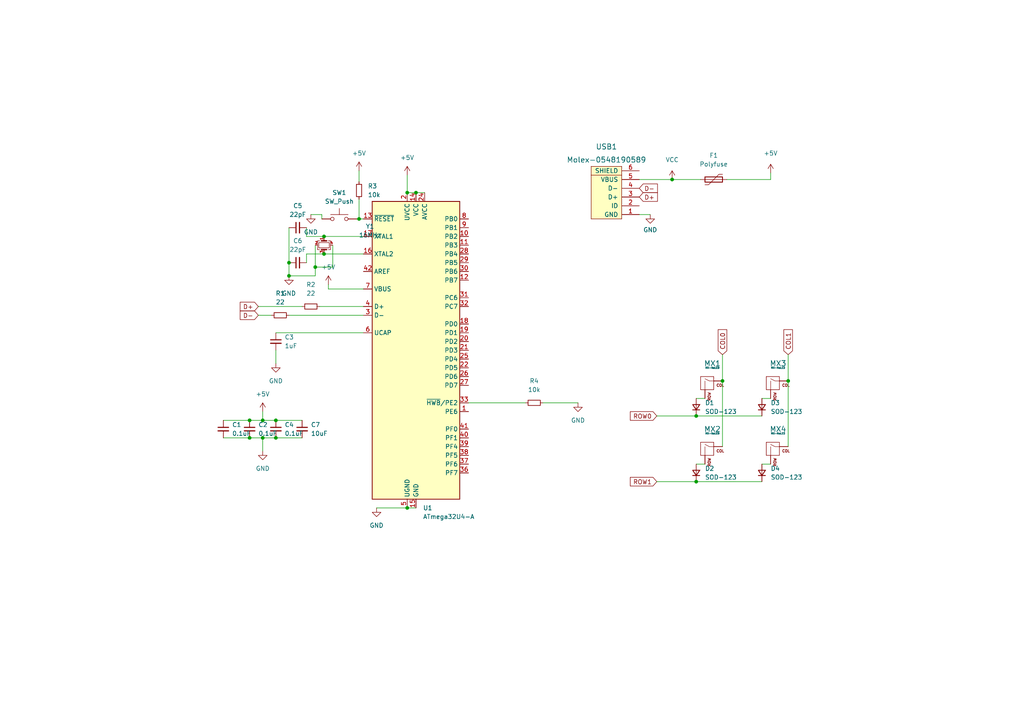
<source format=kicad_sch>
(kicad_sch (version 20211123) (generator eeschema)
  (paper "A4")
  (lib_symbols
    (symbol "Device:C_Small" (pin_numbers hide) (pin_names (offset 0.254) hide)
      (property "Reference" "C" (at 0.254 1.778 0))
      (property "Value" "C_Small" (at 0.254 -2.032 0))
      (symbol "C_Small_0_1"
        (polyline (pts (xy -1.524 -0.508) (xy 1.524 -0.508)) (stroke (width 0.3302)))
        (polyline (pts (xy -1.524 0.508) (xy 1.524 0.508)) (stroke (width 0.3048)))
      )
      (symbol "C_Small_1_1"
        (pin passive line (at 0 2.54 270) (length 2.032) (name "~") (number "1"))
        (pin passive line (at 0 -2.54 90) (length 2.032) (name "~") (number "2"))
      )
    )
    (symbol "Device:Crystal_GND24_Small" (pin_names (offset 1.016) hide)
      (property "Reference" "Y" (at 1.27 4.445 0))
      (property "Value" "Crystal_GND24_Small" (at 1.27 2.54 0))
      (symbol "Crystal_GND24_Small_0_1"
        (rectangle (start -0.762 -1.524) (end 0.762 1.524))
        (polyline (pts (xy -1.27 -0.762) (xy -1.27 0.762)) (stroke (width 0.381)))
        (polyline (pts (xy 1.27 -0.762) (xy 1.27 0.762)) (stroke (width 0.381)))
        (polyline (pts (xy -1.27 -1.27) (xy -1.27 -1.905) (xy 1.27 -1.905) (xy 1.27 -1.27)))
        (polyline (pts (xy -1.27 1.27) (xy -1.27 1.905) (xy 1.27 1.905) (xy 1.27 1.27)))
      )
      (symbol "Crystal_GND24_Small_1_1"
        (pin passive line (at -2.54 0 0) (length 1.27) (name "1") (number "1"))
        (pin passive line (at 0 -2.54 90) (length 0.635) (name "2") (number "2"))
        (pin passive line (at 2.54 0 180) (length 1.27) (name "3") (number "3"))
        (pin passive line (at 0 2.54 270) (length 0.635) (name "4") (number "4"))
      )
    )
    (symbol "Device:D_Small" (pin_numbers hide) (pin_names (offset 0.254) hide)
      (property "Reference" "D" (at -1.27 2.032 0))
      (property "Value" "D_Small" (at -3.81 -2.032 0))
      (symbol "D_Small_0_1"
        (polyline (pts (xy -0.762 -1.016) (xy -0.762 1.016)) (stroke (width 0.254)))
        (polyline (pts (xy -0.762 0) (xy 0.762 0)))
        (polyline (pts (xy 0.762 -1.016) (xy -0.762 0) (xy 0.762 1.016) (xy 0.762 -1.016)) (stroke (width 0.254)))
      )
      (symbol "D_Small_1_1"
        (pin passive line (at -2.54 0 0) (length 1.778) (name "K") (number "1"))
        (pin passive line (at 2.54 0 180) (length 1.778) (name "A") (number "2"))
      )
    )
    (symbol "Device:Polyfuse" (pin_numbers hide) (pin_names (offset 0))
      (property "Reference" "F" (at -2.54 0 90))
      (property "Value" "Polyfuse" (at 2.54 0 90))
      (symbol "Polyfuse_0_1"
        (rectangle (start -0.762 2.54) (end 0.762 -2.54) (stroke (width 0.254)))
        (polyline (pts (xy 0 2.54) (xy 0 -2.54)))
        (polyline (pts (xy -1.524 2.54) (xy -1.524 1.524) (xy 1.524 -1.524) (xy 1.524 -2.54)))
      )
      (symbol "Polyfuse_1_1"
        (pin passive line (at 0 3.81 270) (length 1.27) (name "~") (number "1"))
        (pin passive line (at 0 -3.81 90) (length 1.27) (name "~") (number "2"))
      )
    )
    (symbol "Device:R_Small" (pin_numbers hide) (pin_names (offset 0.254) hide)
      (property "Reference" "R" (at 0.762 0.508 0))
      (property "Value" "R_Small" (at 0.762 -1.016 0))
      (symbol "R_Small_0_1"
        (rectangle (start -0.762 1.778) (end 0.762 -1.778) (stroke (width 0.2032)))
      )
      (symbol "R_Small_1_1"
        (pin passive line (at 0 2.54 270) (length 0.762) (name "~") (number "1"))
        (pin passive line (at 0 -2.54 90) (length 0.762) (name "~") (number "2"))
      )
    )
    (symbol "MCU_Microchip_ATmega:ATmega32U4-A"
      (property "Reference" "U" (at -12.7 44.45 0))
      (property "Value" "ATmega32U4-A" (at 2.54 -44.45 0))
      (symbol "ATmega32U4-A_0_1"
        (rectangle (start -12.7 -43.18) (end 12.7 43.18) (stroke (width 0.254)) (fill (type background)))
      )
      (symbol "ATmega32U4-A_1_1"
        (pin bidirectional line (at 15.24 -17.78 180) (length 2.54) (name "PE6") (number "1"))
        (pin bidirectional line (at 15.24 33.02 180) (length 2.54) (name "PB2") (number "10"))
        (pin bidirectional line (at 15.24 30.48 180) (length 2.54) (name "PB3") (number "11"))
        (pin bidirectional line (at 15.24 20.32 180) (length 2.54) (name "PB7") (number "12"))
        (pin input line (at -15.24 38.1 0) (length 2.54) (name "~{RESET}") (number "13"))
        (pin power_in line (at 0 45.72 270) (length 2.54) (name "VCC") (number "14"))
        (pin power_in line (at 0 -45.72 90) (length 2.54) (name "GND") (number "15"))
        (pin output line (at -15.24 27.94 0) (length 2.54) (name "XTAL2") (number "16"))
        (pin input line (at -15.24 33.02 0) (length 2.54) (name "XTAL1") (number "17"))
        (pin bidirectional line (at 15.24 7.62 180) (length 2.54) (name "PD0") (number "18"))
        (pin bidirectional line (at 15.24 5.08 180) (length 2.54) (name "PD1") (number "19"))
        (pin power_in line (at -2.54 45.72 270) (length 2.54) (name "UVCC") (number "2"))
        (pin bidirectional line (at 15.24 2.54 180) (length 2.54) (name "PD2") (number "20"))
        (pin bidirectional line (at 15.24 0 180) (length 2.54) (name "PD3") (number "21"))
        (pin bidirectional line (at 15.24 -5.08 180) (length 2.54) (name "PD5") (number "22"))
        (pin passive line (at 0 -45.72 90) (length 2.54) hide (name "GND") (number "23"))
        (pin power_in line (at 2.54 45.72 270) (length 2.54) (name "AVCC") (number "24"))
        (pin bidirectional line (at 15.24 -2.54 180) (length 2.54) (name "PD4") (number "25"))
        (pin bidirectional line (at 15.24 -7.62 180) (length 2.54) (name "PD6") (number "26"))
        (pin bidirectional line (at 15.24 -10.16 180) (length 2.54) (name "PD7") (number "27"))
        (pin bidirectional line (at 15.24 27.94 180) (length 2.54) (name "PB4") (number "28"))
        (pin bidirectional line (at 15.24 25.4 180) (length 2.54) (name "PB5") (number "29"))
        (pin bidirectional line (at -15.24 10.16 0) (length 2.54) (name "D-") (number "3"))
        (pin bidirectional line (at 15.24 22.86 180) (length 2.54) (name "PB6") (number "30"))
        (pin bidirectional line (at 15.24 15.24 180) (length 2.54) (name "PC6") (number "31"))
        (pin bidirectional line (at 15.24 12.7 180) (length 2.54) (name "PC7") (number "32"))
        (pin bidirectional line (at 15.24 -15.24 180) (length 2.54) (name "~{HWB}/PE2") (number "33"))
        (pin passive line (at 0 45.72 270) (length 2.54) hide (name "VCC") (number "34"))
        (pin passive line (at 0 -45.72 90) (length 2.54) hide (name "GND") (number "35"))
        (pin bidirectional line (at 15.24 -35.56 180) (length 2.54) (name "PF7") (number "36"))
        (pin bidirectional line (at 15.24 -33.02 180) (length 2.54) (name "PF6") (number "37"))
        (pin bidirectional line (at 15.24 -30.48 180) (length 2.54) (name "PF5") (number "38"))
        (pin bidirectional line (at 15.24 -27.94 180) (length 2.54) (name "PF4") (number "39"))
        (pin bidirectional line (at -15.24 12.7 0) (length 2.54) (name "D+") (number "4"))
        (pin bidirectional line (at 15.24 -25.4 180) (length 2.54) (name "PF1") (number "40"))
        (pin bidirectional line (at 15.24 -22.86 180) (length 2.54) (name "PF0") (number "41"))
        (pin passive line (at -15.24 22.86 0) (length 2.54) (name "AREF") (number "42"))
        (pin passive line (at 0 -45.72 90) (length 2.54) hide (name "GND") (number "43"))
        (pin passive line (at 2.54 45.72 270) (length 2.54) hide (name "AVCC") (number "44"))
        (pin passive line (at -2.54 -45.72 90) (length 2.54) (name "UGND") (number "5"))
        (pin passive line (at -15.24 5.08 0) (length 2.54) (name "UCAP") (number "6"))
        (pin input line (at -15.24 17.78 0) (length 2.54) (name "VBUS") (number "7"))
        (pin bidirectional line (at 15.24 38.1 180) (length 2.54) (name "PB0") (number "8"))
        (pin bidirectional line (at 15.24 35.56 180) (length 2.54) (name "PB1") (number "9"))
      )
    )
    (symbol "MX_Alps_Hybrid:MX-NoLED" (pin_names (offset 1.016))
      (property "Reference" "MX" (at -0.635 3.81 0))
      (property "Value" "MX-NoLED" (at -0.635 1.27 0))
      (symbol "MX-NoLED_0_0"
        (rectangle (start -2.54 2.54) (end 1.27 -1.27))
        (polyline (pts (xy -1.27 -1.27) (xy -1.27 1.27)) (stroke (width 0.127)))
        (polyline (pts (xy 1.27 1.27) (xy 0 1.27) (xy -1.27 1.905)) (stroke (width 0.127)))
        (text "COL" (at 3.175 0 0) (effects (font (size 0.762 0.762))))
        (text "ROW" (at 0 -1.905 900) (effects (font (size 0.762 0.762)) (justify right)))
      )
      (symbol "MX-NoLED_1_1"
        (pin passive line (at 3.81 1.27 180) (length 2.54) (name "COL") (number "1"))
        (pin passive line (at -1.27 -3.81 90) (length 2.54) (name "ROW") (number "2"))
      )
    )
    (symbol "Switch:SW_Push" (pin_numbers hide) (pin_names (offset 1.016) hide)
      (property "Reference" "SW" (at 1.27 2.54 0))
      (property "Value" "SW_Push" (at 0 -1.524 0))
      (symbol "SW_Push_0_1"
        (circle (center -2.032 0) (radius 0.508))
        (polyline (pts (xy 0 1.27) (xy 0 3.048)))
        (polyline (pts (xy 2.54 1.27) (xy -2.54 1.27)))
        (circle (center 2.032 0) (radius 0.508))
        (pin passive line (at -5.08 0 0) (length 2.54) (name "1") (number "1"))
        (pin passive line (at 5.08 0 180) (length 2.54) (name "2") (number "2"))
      )
    )
    (symbol "power:+5V" (power) (pin_names (offset 0))
      (property "Value" "+5V" (at 0 3.556 0))
      (symbol "+5V_0_1"
        (polyline (pts (xy -0.762 1.27) (xy 0 2.54)))
        (polyline (pts (xy 0 0) (xy 0 2.54)))
        (polyline (pts (xy 0 2.54) (xy 0.762 1.27)))
      )
      (symbol "+5V_1_1"
        (pin power_in line (at 0 0 90) (length 0) hide (name "+5V") (number "1"))
      )
    )
    (symbol "power:GND" (power) (pin_names (offset 0))
      (property "Value" "GND" (at 0 -3.81 0))
      (symbol "GND_0_1"
        (polyline (pts (xy 0 0) (xy 0 -1.27) (xy 1.27 -1.27) (xy 0 -2.54) (xy -1.27 -1.27) (xy 0 -1.27)))
      )
      (symbol "GND_1_1"
        (pin power_in line (at 0 0 270) (length 0) hide (name "GND") (number "1"))
      )
    )
    (symbol "power:VCC" (power) (pin_names (offset 0))
      (property "Value" "VCC" (at 0 3.81 0))
      (symbol "VCC_0_1"
        (polyline (pts (xy -0.762 1.27) (xy 0 2.54)))
        (polyline (pts (xy 0 0) (xy 0 2.54)))
        (polyline (pts (xy 0 2.54) (xy 0.762 1.27)))
      )
      (symbol "VCC_1_1"
        (pin power_in line (at 0 0 90) (length 0) hide (name "VCC") (number "1"))
      )
    )
    (symbol "random-keyboard-parts:Molex-0548190589" (pin_names (offset 1.016))
      (property "Reference" "USB" (at 0 7.62 0))
      (property "Value" "Molex-0548190589" (at 0 10.16 0))
      (symbol "Molex-0548190589_0_0"
        (polyline (pts (xy 6.35 -2.54) (xy 6.35 6.35)))
        (rectangle (start 8.89 -2.54) (end -6.35 6.35) (fill (type background)))
      )
      (symbol "Molex-0548190589_1_1"
        (pin input line (at -5.08 -7.62 90) (length 5.08) (name "GND") (number "1"))
        (pin input line (at -2.54 -7.62 90) (length 5.08) (name "ID") (number "2"))
        (pin input line (at 0 -7.62 90) (length 5.08) (name "D+") (number "3"))
        (pin input line (at 2.54 -7.62 90) (length 5.08) (name "D-") (number "4"))
        (pin input line (at 5.08 -7.62 90) (length 5.08) (name "VBUS") (number "5"))
        (pin input line (at 7.62 -7.62 90) (length 5.08) (name "SHIELD") (number "6"))
      )
    )
  )
  (junction (at 228.6 110.49))
  (junction (at 201.93 120.65))
  (junction (at 76.2 121.92))
  (junction (at 91.44 77.47))
  (junction (at 83.82 76.2))
  (junction (at 201.93 139.7))
  (junction (at 80.01 121.92))
  (junction (at 118.11 147.32))
  (junction (at 76.2 127))
  (junction (at 80.01 127))
  (junction (at 72.39 127))
  (junction (at 93.98 68.58))
  (junction (at 194.945 52.07))
  (junction (at 120.65 55.88))
  (junction (at 83.82 80.01))
  (junction (at 118.11 55.88))
  (junction (at 72.39 121.92))
  (junction (at 93.98 73.66))
  (junction (at 104.14 63.5))
  (junction (at 209.55 110.49))
  (wire (pts (xy 83.82 91.44) (xy 105.41 91.44)))
  (wire (pts (xy 201.93 115.57) (xy 204.47 115.57)))
  (wire (pts (xy 104.14 49.53) (xy 104.14 52.705)))
  (wire (pts (xy 105.41 83.82) (xy 95.25 83.82)))
  (wire (pts (xy 228.6 110.49) (xy 228.6 129.54)))
  (wire (pts (xy 103.505 63.5) (xy 104.14 63.5)))
  (wire (pts (xy 88.9 73.66) (xy 93.98 73.66)))
  (wire (pts (xy 95.25 83.82) (xy 95.25 82.55)))
  (wire (pts (xy 96.52 77.47) (xy 91.44 77.47)))
  (wire (pts (xy 210.82 52.07) (xy 223.52 52.07)))
  (wire (pts (xy 88.9 68.58) (xy 93.98 68.58)))
  (wire (pts (xy 91.44 77.47) (xy 91.44 80.01)))
  (wire (pts (xy 64.77 121.92) (xy 72.39 121.92)))
  (wire (pts (xy 72.39 121.92) (xy 76.2 121.92)))
  (wire (pts (xy 209.55 110.49) (xy 209.55 129.54)))
  (wire (pts (xy 201.93 134.62) (xy 204.47 134.62)))
  (wire (pts (xy 220.98 115.57) (xy 223.52 115.57)))
  (wire (pts (xy 80.01 127) (xy 87.63 127)))
  (wire (pts (xy 185.42 52.07) (xy 194.945 52.07)))
  (wire (pts (xy 93.345 63.5) (xy 93.345 62.23)))
  (wire (pts (xy 83.82 66.04) (xy 83.82 76.2)))
  (wire (pts (xy 185.42 62.23) (xy 188.595 62.23)))
  (wire (pts (xy 120.65 55.88) (xy 123.19 55.88)))
  (wire (pts (xy 83.82 76.2) (xy 83.82 80.01)))
  (wire (pts (xy 88.9 73.66) (xy 88.9 76.2)))
  (wire (pts (xy 220.98 134.62) (xy 223.52 134.62)))
  (wire (pts (xy 72.39 127) (xy 76.2 127)))
  (wire (pts (xy 104.14 63.5) (xy 105.41 63.5)))
  (wire (pts (xy 93.98 73.66) (xy 105.41 73.66)))
  (wire (pts (xy 80.01 101.6) (xy 80.01 105.41)))
  (wire (pts (xy 194.945 52.07) (xy 203.2 52.07)))
  (wire (pts (xy 228.6 102.87) (xy 228.6 110.49)))
  (wire (pts (xy 91.44 80.01) (xy 83.82 80.01)))
  (wire (pts (xy 74.93 91.44) (xy 78.74 91.44)))
  (wire (pts (xy 87.63 121.92) (xy 80.01 121.92)))
  (wire (pts (xy 201.93 120.65) (xy 220.98 120.65)))
  (wire (pts (xy 80.01 121.92) (xy 76.2 121.92)))
  (wire (pts (xy 223.52 52.07) (xy 223.52 50.165)))
  (wire (pts (xy 93.98 68.58) (xy 105.41 68.58)))
  (wire (pts (xy 88.9 68.58) (xy 88.9 66.04)))
  (wire (pts (xy 118.11 55.88) (xy 120.65 55.88)))
  (wire (pts (xy 76.2 121.92) (xy 76.2 119.38)))
  (wire (pts (xy 93.345 62.23) (xy 90.17 62.23)))
  (wire (pts (xy 76.2 130.81) (xy 76.2 127)))
  (wire (pts (xy 190.5 120.65) (xy 201.93 120.65)))
  (wire (pts (xy 76.2 127) (xy 80.01 127)))
  (wire (pts (xy 109.22 147.32) (xy 118.11 147.32)))
  (wire (pts (xy 209.55 102.87) (xy 209.55 110.49)))
  (wire (pts (xy 74.93 88.9) (xy 87.63 88.9)))
  (wire (pts (xy 118.11 147.32) (xy 120.65 147.32)))
  (wire (pts (xy 64.77 127) (xy 72.39 127)))
  (wire (pts (xy 157.48 116.84) (xy 167.64 116.84)))
  (wire (pts (xy 104.14 57.785) (xy 104.14 63.5)))
  (wire (pts (xy 92.71 88.9) (xy 105.41 88.9)))
  (wire (pts (xy 91.44 71.12) (xy 91.44 77.47)))
  (wire (pts (xy 201.93 139.7) (xy 220.98 139.7)))
  (wire (pts (xy 96.52 71.12) (xy 96.52 77.47)))
  (wire (pts (xy 118.11 50.8) (xy 118.11 55.88)))
  (wire (pts (xy 135.89 116.84) (xy 152.4 116.84)))
  (wire (pts (xy 105.41 96.52) (xy 80.01 96.52)))
  (wire (pts (xy 190.5 139.7) (xy 201.93 139.7)))
  (global_label "ROW0" (shape input) (at 190.5 120.65 180) (property "Intersheet References" "${INTERSHEET_REFS}" (effects hide)))
  (global_label "D-" (shape input) (at 185.42 54.61 0) (property "Intersheet References" "${INTERSHEET_REFS}" (effects hide)))
  (global_label "D+" (shape input) (at 185.42 57.15 0) (property "Intersheet References" "${INTERSHEET_REFS}" (effects hide)))
  (global_label "D+" (shape input) (at 74.93 88.9 180) (property "Intersheet References" "${INTERSHEET_REFS}" (effects hide)))
  (global_label "COL1" (shape input) (at 228.6 102.87 90) (property "Intersheet References" "${INTERSHEET_REFS}" (effects hide)))
  (global_label "D-" (shape input) (at 74.93 91.44 180) (property "Intersheet References" "${INTERSHEET_REFS}" (effects hide)))
  (global_label "COL0" (shape input) (at 209.55 102.87 90) (property "Intersheet References" "${INTERSHEET_REFS}" (effects hide)))
  (global_label "ROW1" (shape input) (at 190.5 139.7 180) (property "Intersheet References" "${INTERSHEET_REFS}" (effects hide)))
  (symbol (lib_id "Device:C_Small") (at 86.36 66.04 90) (unit 1)
    (property "Reference" "C5" (at 86.3663 59.69 90))
    (property "Value" "22pF" (at 86.3663 62.23 90))
    (property "Footprint" "Capacitor_SMD:C_0805_2012Metric" (effects hide))
  )
  (symbol (lib_id "Device:C_Small") (at 72.39 124.46 0) (unit 1)
    (property "Reference" "C2" (at 74.93 123.1962 0) (effects (justify left)))
    (property "Value" "0.1uF" (at 74.93 125.7362 0) (effects (justify left)))
    (property "Footprint" "Capacitor_SMD:C_0805_2012Metric" (effects hide))
  )
  (symbol (lib_id "power:GND") (at 167.64 116.84 0) (unit 1)
    (property "Reference" "#PWR0106" (effects hide))
    (property "Value" "GND" (at 167.64 121.92 0))
  )
  (symbol (lib_id "MX_Alps_Hybrid:MX-NoLED") (at 205.74 130.81 0) (unit 1)
    (property "Reference" "MX2" (at 206.6256 124.46 0) (effects (font (size 1.524 1.524))))
    (property "Value" "MX-NoLED" (at 206.6256 125.73 0) (effects (font (size 0.508 0.508))))
    (property "Footprint" "Button_Switch_Keyboard:SW_Cherry_MX_1.00u_PCB" (effects hide))
  )
  (symbol (lib_id "Device:R_Small") (at 104.14 55.245 0) (unit 1)
    (property "Reference" "R3" (at 106.68 53.9749 0) (effects (justify left)))
    (property "Value" "10k" (at 106.68 56.5149 0) (effects (justify left)))
    (property "Footprint" "Resistor_SMD:R_0805_2012Metric" (effects hide))
  )
  (symbol (lib_id "power:GND") (at 109.22 147.32 0) (unit 1)
    (property "Reference" "#PWR0105" (effects hide))
    (property "Value" "GND" (at 109.22 152.4 0))
  )
  (symbol (lib_id "Device:D_Small") (at 220.98 118.11 90) (unit 1)
    (property "Reference" "D3" (at 223.52 116.8399 90) (effects (justify right)))
    (property "Value" "SOD-123" (at 223.52 119.3799 90) (effects (justify right)))
    (property "Footprint" "Diode_SMD:D_SOD-123" (effects hide))
  )
  (symbol (lib_id "MX_Alps_Hybrid:MX-NoLED") (at 224.79 111.76 0) (unit 1)
    (property "Reference" "MX3" (at 225.6756 105.41 0) (effects (font (size 1.524 1.524))))
    (property "Value" "MX-NoLED" (at 225.6756 106.68 0) (effects (font (size 0.508 0.508))))
    (property "Footprint" "Button_Switch_Keyboard:SW_Cherry_MX_1.00u_PCB" (effects hide))
  )
  (symbol (lib_id "power:+5V") (at 223.52 50.165 0) (unit 1)
    (property "Reference" "#PWR0112" (effects hide))
    (property "Value" "+5V" (at 223.52 44.45 0))
  )
  (symbol (lib_id "Device:R_Small") (at 90.17 88.9 270) (unit 1)
    (property "Reference" "R2" (at 90.17 82.55 90))
    (property "Value" "22" (at 90.17 85.09 90))
    (property "Footprint" "Resistor_SMD:R_0805_2012Metric" (effects hide))
  )
  (symbol (lib_id "power:GND") (at 76.2 130.81 0) (unit 1)
    (property "Reference" "#PWR0107" (effects hide))
    (property "Value" "GND" (at 76.2 135.89 0))
  )
  (symbol (lib_id "Device:C_Small") (at 80.01 124.46 0) (unit 1)
    (property "Reference" "C4" (at 82.55 123.1962 0) (effects (justify left)))
    (property "Value" "0.1uF" (at 82.55 125.7362 0) (effects (justify left)))
    (property "Footprint" "Capacitor_SMD:C_0805_2012Metric" (effects hide))
  )
  (symbol (lib_id "power:GND") (at 80.01 105.41 0) (unit 1)
    (property "Reference" "#PWR0108" (effects hide))
    (property "Value" "GND" (at 80.01 110.49 0))
  )
  (symbol (lib_id "power:GND") (at 188.595 62.23 0) (unit 1)
    (property "Reference" "#PWR0113" (effects hide))
    (property "Value" "GND" (at 188.595 66.675 0))
  )
  (symbol (lib_id "MCU_Microchip_ATmega:ATmega32U4-A") (at 120.65 101.6 0) (unit 1)
    (property "Reference" "U1" (at 122.6694 147.32 0) (effects (justify left)))
    (property "Value" "ATmega32U4-A" (at 122.6694 149.86 0) (effects (justify left)))
    (property "Footprint" "Package_QFP:TQFP-44_10x10mm_P0.8mm" (effects hide))
    (property "Datasheet" "http://ww1.microchip.com/downloads/en/DeviceDoc/Atmel-7766-8-bit-AVR-ATmega16U4-32U4_Datasheet.pdf" (effects hide))
  )
  (symbol (lib_id "power:+5V") (at 118.11 50.8 0) (unit 1)
    (property "Reference" "#PWR0101" (effects hide))
    (property "Value" "+5V" (at 118.11 45.72 0))
  )
  (symbol (lib_id "Device:D_Small") (at 220.98 137.16 90) (unit 1)
    (property "Reference" "D4" (at 223.52 135.8899 90) (effects (justify right)))
    (property "Value" "SOD-123" (at 223.52 138.4299 90) (effects (justify right)))
    (property "Footprint" "Diode_SMD:D_SOD-123" (effects hide))
  )
  (symbol (lib_id "power:VCC") (at 194.945 52.07 0) (unit 1)
    (property "Reference" "#PWR0111" (effects hide))
    (property "Value" "VCC" (at 194.945 46.355 0))
  )
  (symbol (lib_id "Device:C_Small") (at 86.36 76.2 90) (unit 1)
    (property "Reference" "C6" (at 86.3663 69.85 90))
    (property "Value" "22pF" (at 86.3663 72.39 90))
    (property "Footprint" "Capacitor_SMD:C_0805_2012Metric" (effects hide))
  )
  (symbol (lib_id "Device:C_Small") (at 80.01 99.06 0) (unit 1)
    (property "Reference" "C3" (at 82.55 97.7962 0) (effects (justify left)))
    (property "Value" "1uF" (at 82.55 100.3362 0) (effects (justify left)))
    (property "Footprint" "Capacitor_SMD:C_0805_2012Metric" (effects hide))
  )
  (symbol (lib_id "Device:D_Small") (at 201.93 118.11 90) (unit 1)
    (property "Reference" "D1" (at 204.47 116.8399 90) (effects (justify right)))
    (property "Value" "SOD-123" (at 204.47 119.3799 90) (effects (justify right)))
    (property "Footprint" "Diode_SMD:D_SOD-123" (effects hide))
  )
  (symbol (lib_id "Device:C_Small") (at 64.77 124.46 0) (unit 1)
    (property "Reference" "C1" (at 67.31 123.1962 0) (effects (justify left)))
    (property "Value" "0.1uF" (at 67.31 125.7362 0) (effects (justify left)))
    (property "Footprint" "Capacitor_SMD:C_0805_2012Metric" (effects hide))
  )
  (symbol (lib_id "power:+5V") (at 95.25 82.55 0) (unit 1)
    (property "Reference" "#PWR0103" (effects hide))
    (property "Value" "+5V" (at 95.25 77.47 0))
  )
  (symbol (lib_id "power:+5V") (at 76.2 119.38 0) (unit 1)
    (property "Reference" "#PWR0109" (effects hide))
    (property "Value" "+5V" (at 76.2 114.3 0))
  )
  (symbol (lib_id "Device:D_Small") (at 201.93 137.16 90) (unit 1)
    (property "Reference" "D2" (at 204.47 135.8899 90) (effects (justify right)))
    (property "Value" "SOD-123" (at 204.47 138.4299 90) (effects (justify right)))
    (property "Footprint" "Diode_SMD:D_SOD-123" (effects hide))
  )
  (symbol (lib_id "MX_Alps_Hybrid:MX-NoLED") (at 224.79 130.81 0) (unit 1)
    (property "Reference" "MX4" (at 225.6756 124.46 0) (effects (font (size 1.524 1.524))))
    (property "Value" "MX-NoLED" (at 225.6756 125.73 0) (effects (font (size 0.508 0.508))))
    (property "Footprint" "Button_Switch_Keyboard:SW_Cherry_MX_1.00u_PCB" (effects hide))
  )
  (symbol (lib_id "random-keyboard-parts:Molex-0548190589") (at 177.8 57.15 90) (unit 1)
    (property "Reference" "USB1" (at 175.895 42.545 90) (effects (font (size 1.524 1.524))))
    (property "Value" "Molex-0548190589" (at 175.895 46.355 90) (effects (font (size 1.524 1.524))))
    (property "Footprint" "random-keyboard-parts:Molex-0548190589" (effects hide))
  )
  (symbol (lib_id "Device:Polyfuse") (at 207.01 52.07 90) (unit 1)
    (property "Reference" "F1" (at 207.01 45.085 90))
    (property "Value" "Polyfuse" (at 207.01 47.625 90))
    (property "Footprint" "Fuse:Fuse_1206_3216Metric" (effects hide))
  )
  (symbol (lib_id "Switch:SW_Push") (at 98.425 63.5 0) (unit 1)
    (property "Reference" "SW1" (at 98.425 55.88 0))
    (property "Value" "SW_Push" (at 98.425 58.42 0))
    (property "Footprint" "random-keyboard-parts:SKQG-1155865" (effects hide))
  )
  (symbol (lib_id "Device:R_Small") (at 81.28 91.44 90) (unit 1)
    (property "Reference" "R1" (at 81.28 85.09 90))
    (property "Value" "22" (at 81.28 87.63 90))
    (property "Footprint" "Resistor_SMD:R_0805_2012Metric" (effects hide))
  )
  (symbol (lib_id "power:GND") (at 83.82 80.01 0) (unit 1)
    (property "Reference" "#PWR0110" (effects hide))
    (property "Value" "GND" (at 83.82 85.09 0))
  )
  (symbol (lib_id "MX_Alps_Hybrid:MX-NoLED") (at 205.74 111.76 0) (unit 1)
    (property "Reference" "MX1" (at 206.6256 105.41 0) (effects (font (size 1.524 1.524))))
    (property "Value" "MX-NoLED" (at 206.6256 106.68 0) (effects (font (size 0.508 0.508))))
    (property "Footprint" "Button_Switch_Keyboard:SW_Cherry_MX_1.00u_PCB" (effects hide))
  )
  (symbol (lib_id "power:GND") (at 90.17 62.23 0) (unit 1)
    (property "Reference" "#PWR0104" (effects hide))
    (property "Value" "GND" (at 90.17 67.31 0))
  )
  (symbol (lib_id "Device:Crystal_GND24_Small") (at 93.98 71.12 270) (unit 1)
    (property "Reference" "Y1" (at 107.315 65.6588 90))
    (property "Value" "16MHz" (at 107.315 68.1988 90))
    (property "Footprint" "Crystal:Crystal_SMD_3225-4Pin_3.2x2.5mm" (effects hide))
  )
  (symbol (lib_id "Device:R_Small") (at 154.94 116.84 270) (unit 1)
    (property "Reference" "R4" (at 154.94 110.49 90))
    (property "Value" "10k" (at 154.94 113.03 90))
    (property "Footprint" "Resistor_SMD:R_0805_2012Metric" (effects hide))
  )
  (symbol (lib_id "power:+5V") (at 104.14 49.53 0) (unit 1)
    (property "Reference" "#PWR0102" (effects hide))
    (property "Value" "+5V" (at 104.14 44.45 0))
  )
  (symbol (lib_id "Device:C_Small") (at 87.63 124.46 0) (unit 1)
    (property "Reference" "C7" (at 90.17 123.1962 0) (effects (justify left)))
    (property "Value" "10uF" (at 90.17 125.7362 0) (effects (justify left)))
    (property "Footprint" "Capacitor_SMD:C_0805_2012Metric" (effects hide))
  )
)
</source>
